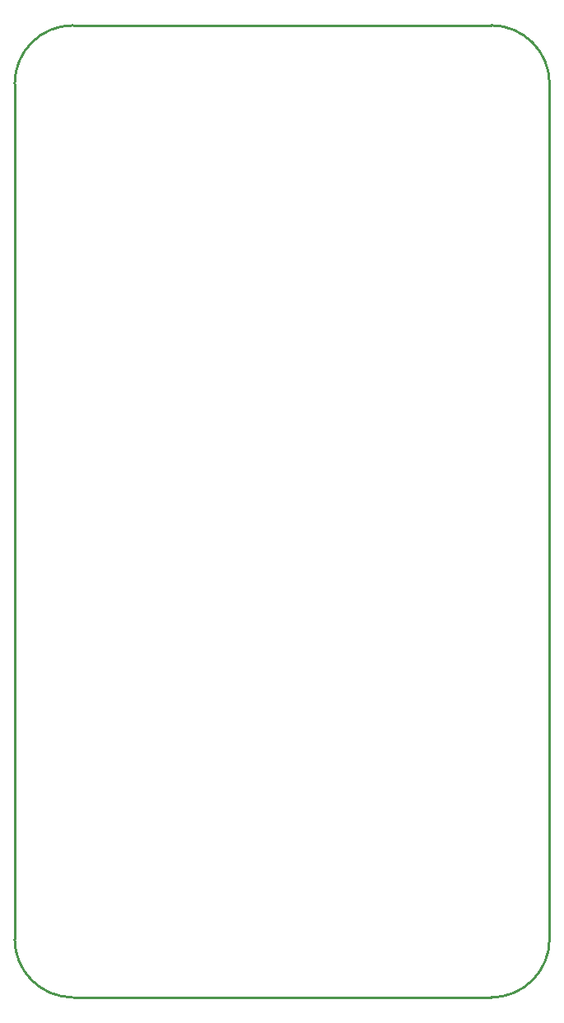
<source format=gko>
G04 Layer: BoardOutline*
G04 EasyEDA v6.2.46, 2019-12-15T14:12:23+01:00*
G04 62ef9a7e5eba40e79a6bb794ca2fffcb,674c0623d3a246009f606e19fc16e94a,10*
G04 Gerber Generator version 0.2*
G04 Scale: 100 percent, Rotated: No, Reflected: No *
G04 Dimensions in millimeters *
G04 leading zeros omitted , absolute positions ,3 integer and 3 decimal *
%FSLAX33Y33*%
%MOMM*%
G90*
G71D02*

%ADD10C,0.254000*%
G54D10*
G01X5999Y100000D02*
G01X49000Y100000D01*
G75*
G01X49000Y100000D02*
G02X55000Y94000I0J-6000D01*
G01*
G01X54999Y94000D02*
G01X54999Y6000D01*
G75*
G01X55000Y6000D02*
G02X49000Y0I-6000J0D01*
G01*
G01X49000Y0D02*
G01X5999Y0D01*
G75*
G01X6000Y0D02*
G02X0Y6000I0J6000D01*
G01*
G01X5Y6000D02*
G01X5Y94000D01*
G75*
G01X0Y94000D02*
G02X6000Y100000I6000J0D01*
G01*

%LPD*%
M00*
M02*

</source>
